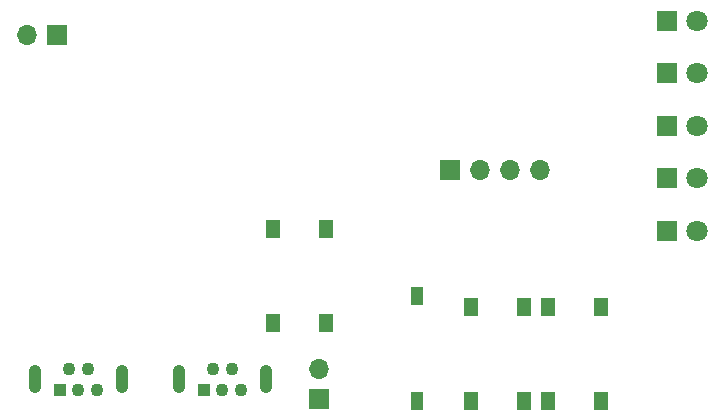
<source format=gbr>
%TF.GenerationSoftware,KiCad,Pcbnew,(5.1.9)-1*%
%TF.CreationDate,2021-07-06T15:29:22+07:00*%
%TF.ProjectId,UP_BOARD,55505f42-4f41-4524-942e-6b696361645f,rev?*%
%TF.SameCoordinates,Original*%
%TF.FileFunction,Soldermask,Top*%
%TF.FilePolarity,Negative*%
%FSLAX46Y46*%
G04 Gerber Fmt 4.6, Leading zero omitted, Abs format (unit mm)*
G04 Created by KiCad (PCBNEW (5.1.9)-1) date 2021-07-06 15:29:22*
%MOMM*%
%LPD*%
G01*
G04 APERTURE LIST*
%ADD10R,1.100000X1.100000*%
%ADD11C,1.100000*%
%ADD12O,1.100000X2.400000*%
%ADD13R,1.300000X1.550000*%
%ADD14R,1.800000X1.800000*%
%ADD15C,1.800000*%
%ADD16R,1.700000X1.700000*%
%ADD17O,1.700000X1.700000*%
%ADD18R,1.100000X1.500000*%
G04 APERTURE END LIST*
D10*
%TO.C,J3*%
X68580000Y-116332000D03*
D11*
X69380000Y-114582000D03*
X70180000Y-116332000D03*
X70980000Y-114582000D03*
X71780000Y-116332000D03*
D12*
X66530000Y-115457000D03*
X73830000Y-115457000D03*
%TD*%
D10*
%TO.C,J4*%
X80772000Y-116332000D03*
D11*
X81572000Y-114582000D03*
X82372000Y-116332000D03*
X83172000Y-114582000D03*
X83972000Y-116332000D03*
D12*
X78722000Y-115457000D03*
X86022000Y-115457000D03*
%TD*%
D13*
%TO.C,SW2*%
X107914000Y-117259000D03*
X103414000Y-117259000D03*
X103414000Y-109309000D03*
X107914000Y-109309000D03*
%TD*%
D14*
%TO.C,D1*%
X120015000Y-85090000D03*
D15*
X122555000Y-85090000D03*
%TD*%
D14*
%TO.C,D3*%
X120015000Y-98425000D03*
D15*
X122555000Y-98425000D03*
%TD*%
%TO.C,D5*%
X122555000Y-102870000D03*
D14*
X120015000Y-102870000D03*
%TD*%
D15*
%TO.C,D7*%
X122555000Y-93980000D03*
D14*
X120015000Y-93980000D03*
%TD*%
D13*
%TO.C,SW3*%
X91150000Y-102705000D03*
X86650000Y-102705000D03*
X86650000Y-110655000D03*
X91150000Y-110655000D03*
%TD*%
%TO.C,SW4*%
X114454500Y-117259000D03*
X109954500Y-117259000D03*
X109954500Y-109309000D03*
X114454500Y-109309000D03*
%TD*%
D14*
%TO.C,D2*%
X120015000Y-89535000D03*
D15*
X122555000Y-89535000D03*
%TD*%
D16*
%TO.C,J1*%
X68389500Y-86296500D03*
D17*
X65849500Y-86296500D03*
%TD*%
D16*
%TO.C,J5*%
X101600000Y-97726500D03*
D17*
X104140000Y-97726500D03*
X106680000Y-97726500D03*
X109220000Y-97726500D03*
%TD*%
D18*
%TO.C,SW1*%
X98806000Y-117289500D03*
X98806000Y-108389500D03*
%TD*%
D16*
%TO.C,J6*%
X90551000Y-117094000D03*
D17*
X90551000Y-114554000D03*
%TD*%
M02*

</source>
